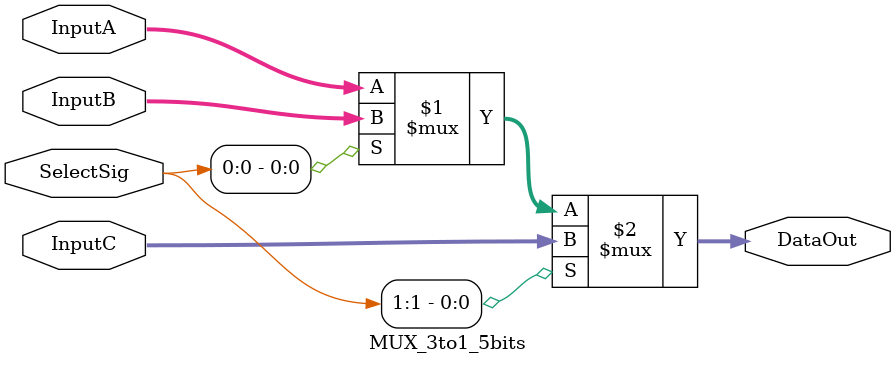
<source format=v>
`timescale 1ns / 1ps


module MUX_3to1_5bits(
    input[1:0] SelectSig,
    input[4:0] InputA,
    input[4:0] InputB,
    input[4:0] InputC,
    output[4:0] DataOut
    );    
    assign DataOut = SelectSig[1] ? InputC : (SelectSig[0] ? InputB : InputA);   
endmodule

</source>
